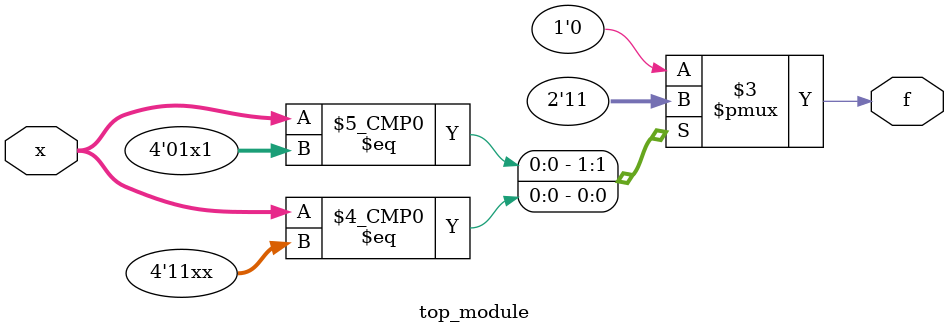
<source format=sv>
module top_module (
	input [4:1] x,
	output logic f
);
	always_comb begin
		case (x)
			4'b00xx: f = 0;
			4'b01x0: f = 0;
			4'b01x1: f = 1;
			4'b11xx: f = 1;
			default: f = 0;
		endcase
	end
endmodule

</source>
